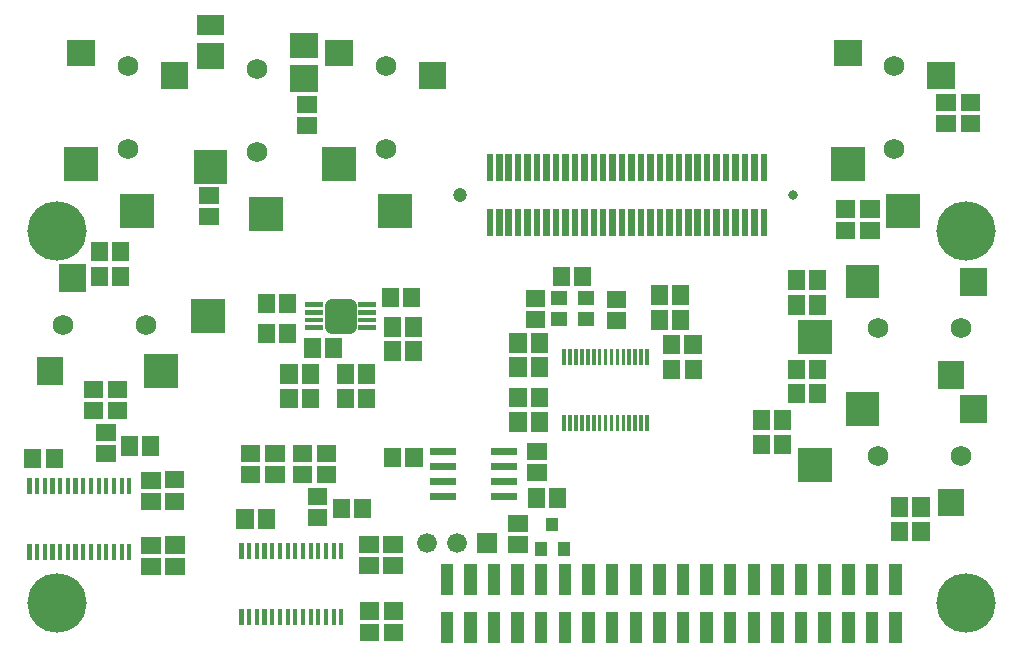
<source format=gbr>
G04 start of page 6 for group -4063 idx -4063 *
G04 Title: 96Boards CE Through Hole LS, componentmask *
G04 Creator: pcb 20140316 *
G04 CreationDate: Fri 27 Jul 2018 05:17:59 PM GMT UTC *
G04 For: adam *
G04 Format: Gerber/RS-274X *
G04 PCB-Dimensions (mm): 85.00 54.00 *
G04 PCB-Coordinate-Origin: lower left *
%MOMM*%
%FSLAX43Y43*%
%LNTOPMASK*%
%ADD85R,1.050X1.050*%
%ADD84R,1.016X1.016*%
%ADD83R,0.562X0.562*%
%ADD82R,1.150X1.150*%
%ADD81R,0.320X0.320*%
%ADD80R,0.302X0.302*%
%ADD79R,0.550X0.550*%
%ADD78R,0.350X0.350*%
%ADD77R,0.352X0.352*%
%ADD76C,1.524*%
%ADD75C,1.074*%
%ADD74R,0.384X0.384*%
%ADD73R,1.452X1.452*%
%ADD72R,2.058X2.058*%
%ADD71R,2.258X2.258*%
%ADD70R,1.658X1.658*%
%ADD69C,0.711*%
%ADD68C,5.030*%
%ADD67C,1.676*%
%ADD66C,0.002*%
%ADD65C,1.200*%
%ADD64C,1.754*%
%ADD63C,0.800*%
G54D63*X66350Y38550D03*
D03*
G54D64*X73500Y16500D03*
Y27300D03*
G54D65*X38150Y38550D03*
D03*
G54D64*X20950Y42250D03*
Y49250D03*
X31850Y42500D03*
Y49500D03*
X80500Y16500D03*
G54D66*G36*
X39562Y9938D02*Y8262D01*
X41238D01*
Y9938D01*
X39562D01*
G37*
G54D67*X37860Y9100D03*
X35320D03*
G54D64*X80500Y27300D03*
X11500Y27600D03*
X4500D03*
X74900Y42500D03*
X10000D03*
X74900Y49500D03*
X10000D03*
G54D68*X4000Y4000D03*
X81000D03*
X4000Y35500D03*
X81000D03*
G54D69*X28780Y27400D03*
X27230Y29220D03*
X28780D03*
X27240Y27400D03*
G54D66*G36*
X15571Y42379D02*Y39521D01*
X18429D01*
Y42379D01*
X15571D01*
G37*
G54D70*X16650Y52950D02*X17350D01*
G54D71*X16950Y50350D02*X17050D01*
X24850Y48450D02*X24950D01*
G54D72*X24750Y51250D02*X25050D01*
G54D73*X25050Y44450D02*X25250D01*
X25050Y46250D02*X25250D01*
G54D66*G36*
X26471Y42629D02*Y39771D01*
X29329D01*
Y42629D01*
X26471D01*
G37*
G54D71*X35750Y48700D02*X35850D01*
X27850Y50600D02*X27950D01*
X13900Y48700D02*X14000D01*
G54D66*G36*
X20271Y38379D02*Y35521D01*
X23129D01*
Y38379D01*
X20271D01*
G37*
G54D73*X16760Y36750D02*X16960D01*
X16760Y38550D02*X16960D01*
G54D66*G36*
X31171Y38629D02*Y35771D01*
X34029D01*
Y38629D01*
X31171D01*
G37*
G36*
X9321D02*Y35771D01*
X12179D01*
Y38629D01*
X9321D01*
G37*
G54D73*X25440Y21470D02*Y21270D01*
Y23520D02*Y23320D01*
X26740Y14930D02*X26940D01*
X26740Y16730D02*X26940D01*
X24670Y14930D02*X24870D01*
X24670Y16730D02*X24870D01*
X23640Y21470D02*Y21270D01*
Y23520D02*Y23320D01*
X21740Y26960D02*Y26760D01*
X21750Y29500D02*Y29300D01*
X23540Y26960D02*Y26760D01*
X23550Y29500D02*Y29300D01*
G54D74*X25165Y29300D02*X26335D01*
X25165Y28650D02*X26335D01*
X25165Y28000D02*X26335D01*
X25165Y27350D02*X26335D01*
G54D73*X25630Y25740D02*Y25540D01*
X27430Y25740D02*Y25540D01*
G54D75*X27230Y29270D02*Y27410D01*
X28770D01*
Y29260D02*Y27410D01*
X27240Y29260D02*X28770D01*
G54D76*X27970Y28860D02*Y28040D01*
G54D66*G36*
X15371Y29779D02*Y26921D01*
X18229D01*
Y29779D01*
X15371D01*
G37*
G36*
X11371Y25079D02*Y22221D01*
X14229D01*
Y25079D01*
X11371D01*
G37*
G54D71*X5300Y31600D02*Y31500D01*
G54D73*X9400Y33900D02*Y33700D01*
X7600Y33900D02*Y33700D01*
X9400Y31800D02*Y31600D01*
X7600Y31800D02*Y31600D01*
G54D66*G36*
X4621Y42629D02*Y39771D01*
X7479D01*
Y42629D01*
X4621D01*
G37*
G54D71*X6000Y50600D02*X6100D01*
G54D77*X10125Y14450D02*Y13450D01*
X9475Y14450D02*Y13450D01*
X8825Y14450D02*Y13450D01*
X8175Y14450D02*Y13450D01*
X7525Y14450D02*Y13450D01*
X6875Y14450D02*Y13450D01*
X6225Y14450D02*Y13450D01*
X5575Y14450D02*Y13450D01*
X4925Y14450D02*Y13450D01*
G54D73*X3760Y16390D02*Y16190D01*
G54D71*X3400Y23700D02*Y23600D01*
G54D73*X9040Y20300D02*X9240D01*
X11920Y17420D02*Y17220D01*
X10120Y17420D02*Y17220D01*
X8030Y16670D02*X8230D01*
X8030Y18470D02*X8230D01*
X9040Y22100D02*X9240D01*
X7000Y20300D02*X7200D01*
X7000Y22100D02*X7200D01*
G54D77*X4275Y14450D02*Y13450D01*
X3625Y14450D02*Y13450D01*
X2975Y14450D02*Y13450D01*
X2325Y14450D02*Y13450D01*
X1675Y14450D02*Y13450D01*
Y8850D02*Y7850D01*
X2325Y8850D02*Y7850D01*
X2975Y8850D02*Y7850D01*
X3625Y8850D02*Y7850D01*
G54D73*X1960Y16390D02*Y16190D01*
G54D77*X4275Y8850D02*Y7850D01*
X4925Y8850D02*Y7850D01*
X5575Y8850D02*Y7850D01*
X6225Y8850D02*Y7850D01*
X6875Y8850D02*Y7850D01*
X7525Y8850D02*Y7850D01*
X8175Y8850D02*Y7850D01*
X8825Y8850D02*Y7850D01*
X9475Y8850D02*Y7850D01*
X10125Y8850D02*Y7850D01*
G54D73*X13900Y7150D02*X14100D01*
X11850Y7140D02*X12050D01*
X11850Y8940D02*X12050D01*
X13900Y8950D02*X14100D01*
X13870Y12660D02*X14070D01*
X11850Y12640D02*X12050D01*
X13870Y14460D02*X14070D01*
X11850Y14440D02*X12050D01*
X20280Y14920D02*X20480D01*
X20280Y16720D02*X20480D01*
X22350Y14920D02*X22550D01*
X22350Y16720D02*X22550D01*
X21720Y11250D02*Y11050D01*
X19920Y11250D02*Y11050D01*
G54D77*X28075Y8950D02*Y7950D01*
G54D73*X29880Y12120D02*Y11920D01*
X28080Y12120D02*Y11920D01*
X34230Y16470D02*Y16270D01*
X32430Y16470D02*Y16270D01*
G54D77*X27425Y8950D02*Y7950D01*
G54D73*X32370Y7200D02*X32570D01*
X32370Y9000D02*X32570D01*
X30340Y7200D02*X30540D01*
X30340Y9000D02*X30540D01*
G54D77*X26775Y8950D02*Y7950D01*
G54D73*X25960Y11250D02*X26160D01*
X25960Y13050D02*X26160D01*
G54D77*X26125Y8950D02*Y7950D01*
X25475Y8950D02*Y7950D01*
X24825Y8950D02*Y7950D01*
X24175Y8950D02*Y7950D01*
X23525Y8950D02*Y7950D01*
X22875Y8950D02*Y7950D01*
X22225Y8950D02*Y7950D01*
X21575Y8950D02*Y7950D01*
X20925Y8950D02*Y7950D01*
X20275Y8950D02*Y7950D01*
X19625Y8950D02*Y7950D01*
Y3350D02*Y2350D01*
X20275Y3350D02*Y2350D01*
X20925Y3350D02*Y2350D01*
X21575Y3350D02*Y2350D01*
X22225Y3350D02*Y2350D01*
X22875Y3350D02*Y2350D01*
X23525Y3350D02*Y2350D01*
X24175Y3350D02*Y2350D01*
X24825Y3350D02*Y2350D01*
X25475Y3350D02*Y2350D01*
X26125Y3350D02*Y2350D01*
X26775Y3350D02*Y2350D01*
X27425Y3350D02*Y2350D01*
G54D78*X28075Y3350D02*Y2350D01*
G54D73*X32380Y1560D02*X32580D01*
X32380Y3360D02*X32580D01*
X30350Y1560D02*X30550D01*
X30350Y3360D02*X30550D01*
G54D79*X52650Y37100D02*Y35350D01*
X51850Y37100D02*Y35350D01*
X51050Y37100D02*Y35350D01*
X50250Y37100D02*Y35350D01*
X47050Y37100D02*Y35350D01*
X46250Y37100D02*Y35350D01*
X45450Y37100D02*Y35350D01*
X42250Y37100D02*Y35350D01*
X41450Y37100D02*Y35350D01*
X40650Y37100D02*Y35350D01*
X49450Y37100D02*Y35350D01*
X48650Y37100D02*Y35350D01*
X47850Y37100D02*Y35350D01*
X44650Y37100D02*Y35350D01*
X43850Y37100D02*Y35350D01*
X43050Y37100D02*Y35350D01*
G54D80*X52950Y25365D02*Y24335D01*
X52450Y25365D02*Y24335D01*
X51950Y25365D02*Y24335D01*
X51450Y25365D02*Y24335D01*
X50950Y25365D02*Y24335D01*
X50450Y25365D02*Y24335D01*
X49950Y25365D02*Y24335D01*
X49450Y25365D02*Y24335D01*
G54D73*X51270Y29740D02*X51470D01*
X51270Y27940D02*X51470D01*
G54D80*X48950Y25365D02*Y24335D01*
Y19765D02*Y18735D01*
X48450Y25365D02*Y24335D01*
Y19765D02*Y18735D01*
X47950Y25365D02*Y24335D01*
X47450Y25365D02*Y24335D01*
X46950Y25365D02*Y24335D01*
Y19765D02*Y18735D01*
X47450Y19765D02*Y18735D01*
X47950Y19765D02*Y18735D01*
X49450Y19765D02*Y18735D01*
X49950Y19765D02*Y18735D01*
G54D81*X50450Y19765D02*Y18735D01*
G54D80*X50950Y19765D02*Y18735D01*
X51450Y19765D02*Y18735D01*
X51950Y19765D02*Y18735D01*
X52450Y19765D02*Y18735D01*
X52950Y19765D02*Y18735D01*
G54D73*X43030Y24110D02*Y23910D01*
X43040Y21530D02*Y21330D01*
X44830Y26170D02*Y25970D01*
X43030Y26170D02*Y25970D01*
G54D82*X48670Y28060D02*X48870D01*
X46370D02*X46570D01*
X48670Y29860D02*X48870D01*
X46370D02*X46570D01*
G54D73*X46730Y31800D02*Y31600D01*
X48530Y31800D02*Y31600D01*
X44420Y29840D02*X44620D01*
X44420Y28040D02*X44620D01*
X44830Y24110D02*Y23910D01*
X44840Y21530D02*Y21330D01*
G54D79*X60650Y37100D02*Y35350D01*
Y41750D02*Y40000D01*
X59850Y41750D02*Y40000D01*
X59050Y41750D02*Y40000D01*
X57450Y37100D02*Y35350D01*
X56650Y37100D02*Y35350D01*
X55850Y37100D02*Y35350D01*
X59850Y37100D02*Y35350D01*
X59050Y37100D02*Y35350D01*
X58250Y37100D02*Y35350D01*
X63850Y41750D02*Y40000D01*
X63050Y41750D02*Y40000D01*
X62250Y41750D02*Y40000D01*
X63850Y37100D02*Y35350D01*
X63050Y37100D02*Y35350D01*
X61450Y41750D02*Y40000D01*
X62250Y37100D02*Y35350D01*
X61450Y37100D02*Y35350D01*
G54D66*G36*
X74221Y38629D02*Y35771D01*
X77079D01*
Y38629D01*
X74221D01*
G37*
G54D71*X78800Y48700D02*X78900D01*
G54D73*X81230Y46410D02*X81430D01*
X81230Y44610D02*X81430D01*
X79150Y44600D02*X79350D01*
X79150Y46400D02*X79350D01*
G54D66*G36*
X69521Y42629D02*Y39771D01*
X72379D01*
Y42629D01*
X69521D01*
G37*
G54D71*X70900Y50600D02*X71000D01*
G54D73*X70660Y37390D02*X70860D01*
X70660Y35590D02*X70860D01*
X72750D02*X72950D01*
X72750Y37390D02*X72950D01*
G54D79*X58250Y41750D02*Y40000D01*
X57450Y41750D02*Y40000D01*
X56650Y41750D02*Y40000D01*
X55850Y41750D02*Y40000D01*
X55050Y37100D02*Y35350D01*
X54250Y37100D02*Y35350D01*
X53450Y37100D02*Y35350D01*
X52650Y41750D02*Y40000D01*
X51850Y41750D02*Y40000D01*
X51050Y41750D02*Y40000D01*
X55050Y41750D02*Y40000D01*
X54250Y41750D02*Y40000D01*
X53450Y41750D02*Y40000D01*
X50250Y41750D02*Y40000D01*
X49450Y41750D02*Y40000D01*
X48650Y41750D02*Y40000D01*
X47850Y41750D02*Y40000D01*
X47050Y41750D02*Y40000D01*
X42250Y41750D02*Y40000D01*
X41450Y41750D02*Y40000D01*
X40650Y41750D02*Y40000D01*
X46250Y41750D02*Y40000D01*
X45450Y41750D02*Y40000D01*
X44650Y41750D02*Y40000D01*
X43850Y41750D02*Y40000D01*
X43050Y41750D02*Y40000D01*
G54D73*X66600Y21870D02*Y21670D01*
Y31500D02*Y31300D01*
Y29370D02*Y29170D01*
G54D66*G36*
X66771Y17179D02*Y14321D01*
X69629D01*
Y17179D01*
X66771D01*
G37*
G36*
X70771Y21879D02*Y19021D01*
X73629D01*
Y21879D01*
X70771D01*
G37*
G54D73*X63640Y19610D02*Y19410D01*
X65440Y19610D02*Y19410D01*
X63650Y17540D02*Y17340D01*
X65450Y17540D02*Y17340D01*
G54D71*X81600Y20500D02*Y20400D01*
X79700Y23400D02*Y23300D01*
G54D66*G36*
X70771Y32679D02*Y29821D01*
X73629D01*
Y32679D01*
X70771D01*
G37*
G54D73*X66620Y23910D02*Y23710D01*
X68400Y21870D02*Y21670D01*
Y31500D02*Y31300D01*
G54D66*G36*
X66771Y27979D02*Y25121D01*
X69629D01*
Y27979D01*
X66771D01*
G37*
G54D73*X68400Y29370D02*Y29170D01*
X68420Y23910D02*Y23710D01*
G54D71*X81600Y31300D02*Y31200D01*
G54D73*X75350Y10200D02*Y10000D01*
X77150Y10200D02*Y10000D01*
G54D71*X79700Y12600D02*Y12500D01*
G54D73*X75350Y12250D02*Y12050D01*
X77150Y12250D02*Y12050D01*
X28400Y21470D02*Y21270D01*
X30200Y21470D02*Y21270D01*
G54D83*X35851Y16875D02*X37502D01*
X35851Y15605D02*X37502D01*
X35851Y14335D02*X37502D01*
X35851Y13065D02*X37502D01*
G54D74*X29665Y27350D02*X30835D01*
X29665Y28000D02*X30835D01*
X29665Y28650D02*X30835D01*
X29665Y29300D02*X30835D01*
G54D73*X34200Y27500D02*Y27300D01*
X34040Y29990D02*Y29790D01*
X32240Y29990D02*Y29790D01*
X34190Y25460D02*Y25260D01*
X32390Y25460D02*Y25260D01*
X32400Y27500D02*Y27300D01*
X30200Y23520D02*Y23320D01*
X28400Y23520D02*Y23320D01*
X43030Y19480D02*Y19280D01*
G54D83*X41058Y13065D02*X42709D01*
X41058Y14335D02*X42709D01*
X41058Y15605D02*X42709D01*
X41058Y16875D02*X42709D01*
G54D84*X44940Y8676D02*Y8524D01*
X46921Y8676D02*Y8524D01*
X45931Y10759D02*Y10607D01*
G54D73*X42920Y8970D02*X43120D01*
X42920Y10770D02*X43120D01*
X44830Y19480D02*Y19280D01*
X44610Y13040D02*Y12840D01*
X46410Y13040D02*Y12840D01*
X44530Y16850D02*X44730D01*
X44530Y15050D02*X44730D01*
X56790Y28110D02*Y27910D01*
X56800Y30230D02*Y30030D01*
X54990Y28110D02*Y27910D01*
X55000Y30230D02*Y30030D01*
X57850Y26010D02*Y25810D01*
X56050Y26010D02*Y25810D01*
X57860Y23920D02*Y23720D01*
X56060Y23920D02*Y23720D01*
G54D80*X53950Y25365D02*Y24335D01*
X53450Y25365D02*Y24335D01*
Y19765D02*Y18735D01*
X53950Y19765D02*Y18735D01*
G54D85*X75000Y2750D02*Y1150D01*
X73000Y6850D02*Y5250D01*
X71000Y2750D02*Y1150D01*
Y6850D02*Y5250D01*
X69000Y2750D02*Y1150D01*
X67000Y2750D02*Y1150D01*
X75000Y6850D02*Y5250D01*
X73000Y2750D02*Y1150D01*
X69000Y6850D02*Y5250D01*
X67000Y6850D02*Y5250D01*
X65000Y2750D02*Y1150D01*
X63000Y2750D02*Y1150D01*
Y6850D02*Y5250D01*
X65000Y6850D02*Y5250D01*
X61000Y6850D02*Y5250D01*
Y2750D02*Y1150D01*
X59000Y2750D02*Y1150D01*
X57000Y2750D02*Y1150D01*
X55000Y2750D02*Y1150D01*
X53000Y2750D02*Y1150D01*
X59000Y6850D02*Y5250D01*
X57000Y6850D02*Y5250D01*
X55000Y6850D02*Y5250D01*
X53000Y6850D02*Y5250D01*
X51000Y6850D02*Y5250D01*
X49000Y2750D02*Y1150D01*
Y6850D02*Y5250D01*
X51000Y2750D02*Y1150D01*
X47000Y2750D02*Y1150D01*
X45000Y2750D02*Y1150D01*
X47000Y6850D02*Y5250D01*
X45000Y6850D02*Y5250D01*
X43000Y2750D02*Y1150D01*
Y6850D02*Y5250D01*
X41000Y2750D02*Y1150D01*
Y6850D02*Y5250D01*
X39000Y6850D02*Y5250D01*
X37000Y6850D02*Y5250D01*
X39000Y2750D02*Y1150D01*
X37000Y2750D02*Y1150D01*
M02*

</source>
